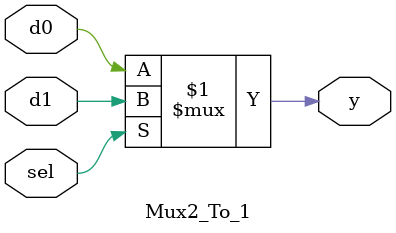
<source format=v>

	module Mux2_To_1 (
    input d0, d1, sel,
    output y
);
    assign y = sel ? d1 : d0;
endmodule  

// Test Bench //

/* 

module tb_Mux2_To_1;
    reg d0, d1, sel;
    wire y;

    Mux2_To_1 dut (.d0(d0), .d1(d1), .sel(sel), .y(y));

    initial begin
        $display
        $finish;
    end
endmodule

</source>
